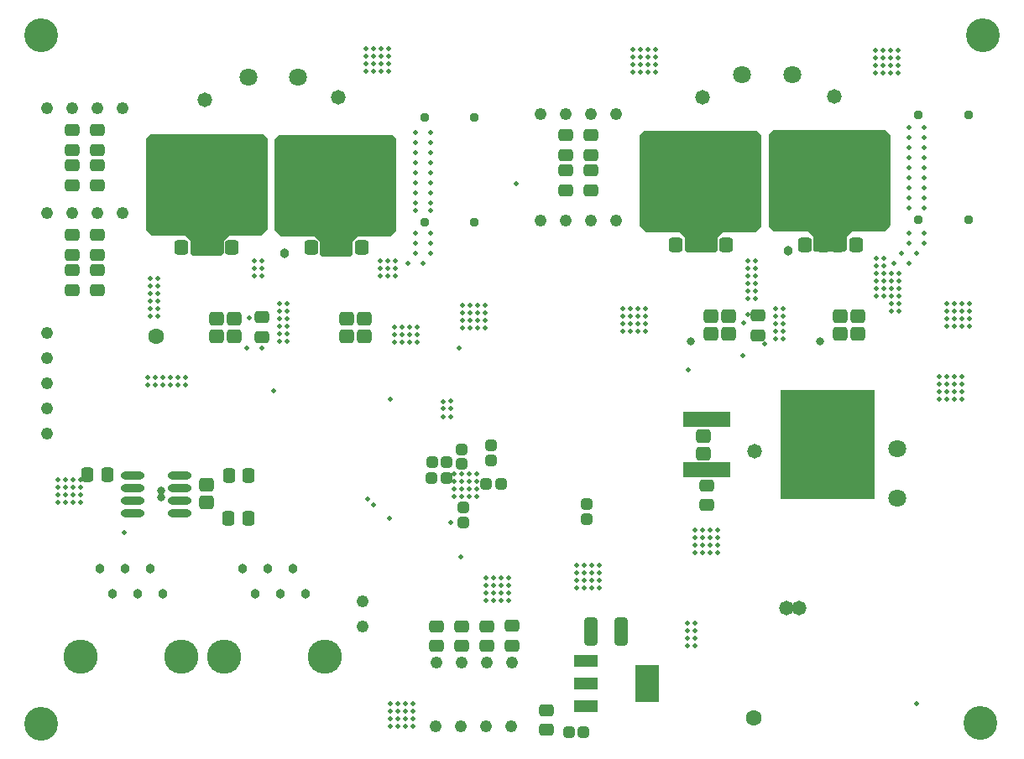
<source format=gbs>
G04*
G04 #@! TF.GenerationSoftware,Altium Limited,Altium Designer,18.0.12 (696)*
G04*
G04 Layer_Color=3368601*
%FSLAX44Y44*%
%MOMM*%
G71*
G01*
G75*
%ADD37O,2.4032X0.8032*%
G04:AMPARAMS|DCode=38|XSize=1.4732mm|YSize=1.3532mm|CornerRadius=0.2741mm|HoleSize=0mm|Usage=FLASHONLY|Rotation=270.000|XOffset=0mm|YOffset=0mm|HoleType=Round|Shape=RoundedRectangle|*
%AMROUNDEDRECTD38*
21,1,1.4732,0.8050,0,0,270.0*
21,1,0.9250,1.3532,0,0,270.0*
1,1,0.5482,-0.4025,-0.4625*
1,1,0.5482,-0.4025,0.4625*
1,1,0.5482,0.4025,0.4625*
1,1,0.5482,0.4025,-0.4625*
%
%ADD38ROUNDEDRECTD38*%
G04:AMPARAMS|DCode=46|XSize=1.1032mm|YSize=1.1032mm|CornerRadius=0.2366mm|HoleSize=0mm|Usage=FLASHONLY|Rotation=90.000|XOffset=0mm|YOffset=0mm|HoleType=Round|Shape=RoundedRectangle|*
%AMROUNDEDRECTD46*
21,1,1.1032,0.6300,0,0,90.0*
21,1,0.6300,1.1032,0,0,90.0*
1,1,0.4732,0.3150,0.3150*
1,1,0.4732,0.3150,-0.3150*
1,1,0.4732,-0.3150,-0.3150*
1,1,0.4732,-0.3150,0.3150*
%
%ADD46ROUNDEDRECTD46*%
G04:AMPARAMS|DCode=47|XSize=2.9032mm|YSize=1.3532mm|CornerRadius=0.3891mm|HoleSize=0mm|Usage=FLASHONLY|Rotation=270.000|XOffset=0mm|YOffset=0mm|HoleType=Round|Shape=RoundedRectangle|*
%AMROUNDEDRECTD47*
21,1,2.9032,0.5750,0,0,270.0*
21,1,2.1250,1.3532,0,0,270.0*
1,1,0.7782,-0.2875,-1.0625*
1,1,0.7782,-0.2875,1.0625*
1,1,0.7782,0.2875,1.0625*
1,1,0.7782,0.2875,-1.0625*
%
%ADD47ROUNDEDRECTD47*%
G04:AMPARAMS|DCode=50|XSize=1.4732mm|YSize=1.1532mm|CornerRadius=0.2441mm|HoleSize=0mm|Usage=FLASHONLY|Rotation=180.000|XOffset=0mm|YOffset=0mm|HoleType=Round|Shape=RoundedRectangle|*
%AMROUNDEDRECTD50*
21,1,1.4732,0.6650,0,0,180.0*
21,1,0.9850,1.1532,0,0,180.0*
1,1,0.4882,-0.4925,0.3325*
1,1,0.4882,0.4925,0.3325*
1,1,0.4882,0.4925,-0.3325*
1,1,0.4882,-0.4925,-0.3325*
%
%ADD50ROUNDEDRECTD50*%
G04:AMPARAMS|DCode=51|XSize=1.4732mm|YSize=1.1532mm|CornerRadius=0.2441mm|HoleSize=0mm|Usage=FLASHONLY|Rotation=270.000|XOffset=0mm|YOffset=0mm|HoleType=Round|Shape=RoundedRectangle|*
%AMROUNDEDRECTD51*
21,1,1.4732,0.6650,0,0,270.0*
21,1,0.9850,1.1532,0,0,270.0*
1,1,0.4882,-0.3325,-0.4925*
1,1,0.4882,-0.3325,0.4925*
1,1,0.4882,0.3325,0.4925*
1,1,0.4882,0.3325,-0.4925*
%
%ADD51ROUNDEDRECTD51*%
%ADD55C,3.4032*%
%ADD56C,3.4032*%
%ADD57C,3.4532*%
%ADD58C,0.9632*%
%ADD59C,1.2192*%
%ADD60C,0.9532*%
%ADD61C,1.8032*%
%ADD63C,0.5080*%
%ADD64C,0.8128*%
%ADD65C,0.9652*%
%ADD66C,1.6002*%
%ADD67C,1.4732*%
G04:AMPARAMS|DCode=93|XSize=1.4732mm|YSize=1.3532mm|CornerRadius=0.2741mm|HoleSize=0mm|Usage=FLASHONLY|Rotation=0.000|XOffset=0mm|YOffset=0mm|HoleType=Round|Shape=RoundedRectangle|*
%AMROUNDEDRECTD93*
21,1,1.4732,0.8050,0,0,0.0*
21,1,0.9250,1.3532,0,0,0.0*
1,1,0.5482,0.4625,-0.4025*
1,1,0.5482,-0.4625,-0.4025*
1,1,0.5482,-0.4625,0.4025*
1,1,0.5482,0.4625,0.4025*
%
%ADD93ROUNDEDRECTD93*%
%ADD94R,2.3532X1.3032*%
%ADD95R,2.3532X1.3032*%
%ADD96R,2.3532X3.7032*%
%ADD97R,4.8514X1.5748*%
%ADD98R,9.6012X11.0236*%
G04:AMPARAMS|DCode=99|XSize=1.1032mm|YSize=1.1032mm|CornerRadius=0.2366mm|HoleSize=0mm|Usage=FLASHONLY|Rotation=0.000|XOffset=0mm|YOffset=0mm|HoleType=Round|Shape=RoundedRectangle|*
%AMROUNDEDRECTD99*
21,1,1.1032,0.6300,0,0,0.0*
21,1,0.6300,1.1032,0,0,0.0*
1,1,0.4732,0.3150,-0.3150*
1,1,0.4732,-0.3150,-0.3150*
1,1,0.4732,-0.3150,0.3150*
1,1,0.4732,0.3150,0.3150*
%
%ADD99ROUNDEDRECTD99*%
G36*
X498565Y1375150D02*
X498695Y1375123D01*
X498822Y1375081D01*
X498941Y1375022D01*
X499052Y1374948D01*
X499152Y1374860D01*
X502962Y1371050D01*
X503050Y1370950D01*
X503124Y1370839D01*
X503183Y1370720D01*
X503226Y1370594D01*
X503251Y1370463D01*
X503260Y1370330D01*
Y1278890D01*
X503251Y1278757D01*
X503226Y1278626D01*
X503183Y1278500D01*
X503124Y1278381D01*
X503050Y1278270D01*
X502962Y1278170D01*
X497882Y1273090D01*
X497782Y1273002D01*
X497671Y1272928D01*
X497552Y1272869D01*
X497425Y1272827D01*
X497295Y1272801D01*
X497162Y1272792D01*
X464564D01*
X459318Y1267546D01*
Y1255208D01*
X459310Y1255075D01*
X459283Y1254945D01*
X459241Y1254818D01*
X459182Y1254699D01*
X459108Y1254588D01*
X459020Y1254488D01*
X457302Y1252770D01*
X457202Y1252682D01*
X457091Y1252608D01*
X456972Y1252549D01*
X456846Y1252506D01*
X456715Y1252480D01*
X456582Y1252472D01*
X447632D01*
X428268Y1252472D01*
X428135Y1252481D01*
X428004Y1252506D01*
X427878Y1252549D01*
X427759Y1252608D01*
X427648Y1252682D01*
X427548Y1252770D01*
X426084Y1254234D01*
X425996Y1254334D01*
X425922Y1254445D01*
X425863Y1254564D01*
X425821Y1254690D01*
X425794Y1254821D01*
X425786Y1254954D01*
Y1267546D01*
X420540Y1272792D01*
X386672D01*
X386539Y1272801D01*
X386408Y1272827D01*
X386282Y1272869D01*
X386163Y1272928D01*
X386052Y1273002D01*
X385952Y1273090D01*
X380872Y1278170D01*
X380784Y1278270D01*
X380710Y1278381D01*
X380651Y1278500D01*
X380608Y1278626D01*
X380583Y1278757D01*
X380574Y1278890D01*
Y1370330D01*
X380583Y1370463D01*
X380608Y1370594D01*
X380651Y1370720D01*
X380710Y1370839D01*
X380784Y1370950D01*
X380872Y1371050D01*
X384682Y1374860D01*
X384782Y1374948D01*
X384893Y1375022D01*
X385012Y1375081D01*
X385138Y1375123D01*
X385269Y1375150D01*
X385402Y1375158D01*
X498432D01*
X498565Y1375150D01*
D02*
G37*
G36*
X628613Y1374388D02*
X628744Y1374362D01*
X628870Y1374319D01*
X628989Y1374260D01*
X629100Y1374186D01*
X629200Y1374098D01*
X633010Y1370288D01*
X633098Y1370188D01*
X633172Y1370077D01*
X633231Y1369958D01*
X633274Y1369832D01*
X633299Y1369701D01*
X633308Y1369568D01*
Y1278128D01*
X633299Y1277995D01*
X633274Y1277865D01*
X633231Y1277738D01*
X633172Y1277619D01*
X633098Y1277508D01*
X633010Y1277408D01*
X627930Y1272328D01*
X627830Y1272240D01*
X627719Y1272166D01*
X627600Y1272107D01*
X627473Y1272065D01*
X627343Y1272038D01*
X627210Y1272030D01*
X594612D01*
X589366Y1266784D01*
Y1254446D01*
X589357Y1254313D01*
X589332Y1254183D01*
X589289Y1254056D01*
X589230Y1253937D01*
X589156Y1253826D01*
X589068Y1253726D01*
X587350Y1252008D01*
X587250Y1251920D01*
X587139Y1251846D01*
X587020Y1251787D01*
X586894Y1251745D01*
X586763Y1251719D01*
X586630Y1251710D01*
X577680D01*
X558316Y1251710D01*
X558183Y1251719D01*
X558052Y1251745D01*
X557926Y1251787D01*
X557807Y1251846D01*
X557696Y1251920D01*
X557596Y1252008D01*
X556132Y1253472D01*
X556044Y1253572D01*
X555970Y1253683D01*
X555911Y1253802D01*
X555868Y1253929D01*
X555843Y1254059D01*
X555834Y1254192D01*
Y1266784D01*
X550588Y1272030D01*
X516720D01*
X516587Y1272038D01*
X516456Y1272065D01*
X516330Y1272107D01*
X516211Y1272166D01*
X516100Y1272240D01*
X516000Y1272328D01*
X510920Y1277408D01*
X510832Y1277508D01*
X510758Y1277619D01*
X510699Y1277738D01*
X510657Y1277865D01*
X510630Y1277995D01*
X510622Y1278128D01*
Y1369568D01*
X510630Y1369701D01*
X510657Y1369832D01*
X510699Y1369958D01*
X510758Y1370077D01*
X510832Y1370188D01*
X510920Y1370288D01*
X514730Y1374098D01*
X514830Y1374186D01*
X514941Y1374260D01*
X515060Y1374319D01*
X515186Y1374362D01*
X515317Y1374388D01*
X515450Y1374396D01*
X628480D01*
X628613Y1374388D01*
D02*
G37*
G36*
X996659Y1378452D02*
X996789Y1378425D01*
X996916Y1378383D01*
X997035Y1378324D01*
X997146Y1378250D01*
X997246Y1378162D01*
X1001056Y1374352D01*
X1001144Y1374252D01*
X1001218Y1374141D01*
X1001277Y1374022D01*
X1001320Y1373896D01*
X1001345Y1373765D01*
X1001354Y1373632D01*
Y1282192D01*
X1001345Y1282059D01*
X1001320Y1281929D01*
X1001277Y1281802D01*
X1001218Y1281683D01*
X1001144Y1281572D01*
X1001056Y1281472D01*
X995976Y1276392D01*
X995876Y1276304D01*
X995765Y1276230D01*
X995646Y1276171D01*
X995519Y1276128D01*
X995389Y1276103D01*
X995256Y1276094D01*
X962658D01*
X957412Y1270848D01*
Y1258510D01*
X957403Y1258377D01*
X957377Y1258247D01*
X957335Y1258120D01*
X957276Y1258001D01*
X957202Y1257890D01*
X957114Y1257790D01*
X955396Y1256072D01*
X955296Y1255984D01*
X955185Y1255910D01*
X955066Y1255851D01*
X954939Y1255808D01*
X954809Y1255782D01*
X954676Y1255774D01*
X945726D01*
X926362Y1255774D01*
X926229Y1255783D01*
X926098Y1255808D01*
X925972Y1255851D01*
X925853Y1255910D01*
X925742Y1255984D01*
X925642Y1256072D01*
X924178Y1257536D01*
X924090Y1257636D01*
X924016Y1257747D01*
X923957Y1257866D01*
X923914Y1257992D01*
X923888Y1258123D01*
X923880Y1258256D01*
Y1270848D01*
X918634Y1276094D01*
X884766D01*
X884633Y1276103D01*
X884502Y1276128D01*
X884376Y1276171D01*
X884257Y1276230D01*
X884146Y1276304D01*
X884046Y1276392D01*
X878966Y1281472D01*
X878878Y1281572D01*
X878804Y1281683D01*
X878745Y1281802D01*
X878702Y1281929D01*
X878677Y1282059D01*
X878668Y1282192D01*
Y1373632D01*
X878677Y1373765D01*
X878702Y1373896D01*
X878745Y1374022D01*
X878804Y1374141D01*
X878878Y1374252D01*
X878966Y1374352D01*
X882776Y1378162D01*
X882876Y1378250D01*
X882987Y1378324D01*
X883106Y1378383D01*
X883232Y1378425D01*
X883363Y1378452D01*
X883496Y1378460D01*
X996526D01*
X996659Y1378452D01*
D02*
G37*
G36*
X1126623Y1378960D02*
X1126754Y1378934D01*
X1126880Y1378891D01*
X1126999Y1378832D01*
X1127110Y1378758D01*
X1127210Y1378670D01*
X1131020Y1374860D01*
X1131108Y1374760D01*
X1131182Y1374649D01*
X1131241Y1374530D01*
X1131283Y1374404D01*
X1131310Y1374273D01*
X1131318Y1374140D01*
Y1282700D01*
X1131310Y1282567D01*
X1131283Y1282437D01*
X1131241Y1282310D01*
X1131182Y1282191D01*
X1131108Y1282080D01*
X1131020Y1281980D01*
X1125940Y1276900D01*
X1125840Y1276812D01*
X1125729Y1276738D01*
X1125610Y1276679D01*
X1125483Y1276637D01*
X1125353Y1276610D01*
X1125220Y1276602D01*
X1092622D01*
X1087376Y1271356D01*
Y1259018D01*
X1087367Y1258885D01*
X1087342Y1258755D01*
X1087299Y1258628D01*
X1087240Y1258509D01*
X1087166Y1258398D01*
X1087078Y1258298D01*
X1085360Y1256580D01*
X1085260Y1256492D01*
X1085149Y1256418D01*
X1085030Y1256359D01*
X1084903Y1256317D01*
X1084773Y1256291D01*
X1084640Y1256282D01*
X1075690D01*
X1056326Y1256282D01*
X1056193Y1256291D01*
X1056062Y1256317D01*
X1055936Y1256359D01*
X1055817Y1256418D01*
X1055706Y1256492D01*
X1055606Y1256580D01*
X1054142Y1258044D01*
X1054054Y1258144D01*
X1053980Y1258255D01*
X1053921Y1258374D01*
X1053878Y1258501D01*
X1053853Y1258631D01*
X1053844Y1258764D01*
Y1271356D01*
X1048598Y1276602D01*
X1014730D01*
X1014597Y1276610D01*
X1014466Y1276637D01*
X1014340Y1276679D01*
X1014221Y1276738D01*
X1014110Y1276812D01*
X1014010Y1276900D01*
X1008930Y1281980D01*
X1008842Y1282080D01*
X1008768Y1282191D01*
X1008709Y1282310D01*
X1008667Y1282437D01*
X1008641Y1282567D01*
X1008632Y1282700D01*
Y1374140D01*
X1008641Y1374273D01*
X1008667Y1374404D01*
X1008709Y1374530D01*
X1008768Y1374649D01*
X1008842Y1374760D01*
X1008930Y1374860D01*
X1012740Y1378670D01*
X1012840Y1378758D01*
X1012951Y1378832D01*
X1013070Y1378891D01*
X1013196Y1378934D01*
X1013327Y1378960D01*
X1013460Y1378968D01*
X1126490D01*
X1126623Y1378960D01*
D02*
G37*
D37*
X366740Y992312D02*
D03*
Y1005012D02*
D03*
Y1017712D02*
D03*
Y1030412D02*
D03*
X414740Y992312D02*
D03*
Y1005012D02*
D03*
Y1017712D02*
D03*
Y1030412D02*
D03*
D38*
X449470Y1261110D02*
D03*
X467470D02*
D03*
X947818Y1263650D02*
D03*
X965818D02*
D03*
X598280Y1261110D02*
D03*
X580280D02*
D03*
X1096628Y1263650D02*
D03*
X1078628D02*
D03*
X416450Y1261110D02*
D03*
X434450D02*
D03*
X914798Y1263650D02*
D03*
X932798D02*
D03*
X547260Y1261110D02*
D03*
X565260D02*
D03*
X1045608Y1263650D02*
D03*
X1063608D02*
D03*
D46*
X738512Y1022350D02*
D03*
X723512D02*
D03*
X668902Y1027684D02*
D03*
X683902D02*
D03*
X669156Y1043940D02*
D03*
X684156D02*
D03*
X822078Y771398D02*
D03*
X807078D02*
D03*
D47*
X829564Y872744D02*
D03*
X859564D02*
D03*
D50*
X497331Y1190337D02*
D03*
Y1170337D02*
D03*
X997708Y1191862D02*
D03*
Y1171862D02*
D03*
X306070Y1253490D02*
D03*
Y1273490D02*
D03*
Y1359220D02*
D03*
Y1379220D02*
D03*
X803910Y1353980D02*
D03*
Y1373980D02*
D03*
X331470Y1253490D02*
D03*
Y1273490D02*
D03*
Y1359220D02*
D03*
Y1379220D02*
D03*
X829310Y1353980D02*
D03*
Y1373980D02*
D03*
X306070Y1217930D02*
D03*
Y1237930D02*
D03*
Y1323660D02*
D03*
Y1343660D02*
D03*
X803910Y1318420D02*
D03*
Y1338420D02*
D03*
X331470Y1217930D02*
D03*
Y1237930D02*
D03*
Y1323660D02*
D03*
Y1343660D02*
D03*
X829310Y1318420D02*
D03*
Y1338420D02*
D03*
X784178Y773590D02*
D03*
Y793590D02*
D03*
X750062Y878680D02*
D03*
Y858680D02*
D03*
X724662Y878426D02*
D03*
Y858426D02*
D03*
X699262Y878426D02*
D03*
Y858426D02*
D03*
X673608Y878426D02*
D03*
Y858426D02*
D03*
X946418Y1020592D02*
D03*
Y1000592D02*
D03*
D51*
X341826Y1031338D02*
D03*
X321826D02*
D03*
X464240Y1030322D02*
D03*
X484240D02*
D03*
X463839Y987447D02*
D03*
X483839D02*
D03*
D55*
X275085Y779503D02*
D03*
D56*
X1225000Y1475000D02*
D03*
X275000D02*
D03*
X1222502Y780796D02*
D03*
D57*
X560874Y847710D02*
D03*
X459274D02*
D03*
X416348Y847472D02*
D03*
X314748D02*
D03*
D58*
X541774Y911210D02*
D03*
X529074Y936610D02*
D03*
X516374Y911210D02*
D03*
X503674Y936610D02*
D03*
X490974Y911210D02*
D03*
X478274Y936610D02*
D03*
X397248Y910972D02*
D03*
X384548Y936372D02*
D03*
X371848Y910972D02*
D03*
X359148Y936372D02*
D03*
X346448Y910972D02*
D03*
X333748Y936372D02*
D03*
D59*
X599440Y877918D02*
D03*
Y903318D02*
D03*
X356870Y1295240D02*
D03*
X331470D02*
D03*
X306070D02*
D03*
X280670D02*
D03*
X854710Y1287780D02*
D03*
X829310D02*
D03*
X803910D02*
D03*
X778510D02*
D03*
X356870Y1400970D02*
D03*
X331470D02*
D03*
X306070D02*
D03*
X280670D02*
D03*
X854710Y1395730D02*
D03*
X829310D02*
D03*
X803910D02*
D03*
X778510D02*
D03*
X699008Y841756D02*
D03*
X724408D02*
D03*
X749808D02*
D03*
X673608D02*
D03*
X672592Y777240D02*
D03*
X748792D02*
D03*
X723392D02*
D03*
X697992D02*
D03*
X280924Y1098550D02*
D03*
Y1123950D02*
D03*
Y1149350D02*
D03*
Y1174750D02*
D03*
Y1073150D02*
D03*
D60*
X1210018Y1289050D02*
D03*
X1160018D02*
D03*
X1210018Y1394460D02*
D03*
X1160018D02*
D03*
X711670Y1286510D02*
D03*
X661670D02*
D03*
X711670Y1391920D02*
D03*
X661670D02*
D03*
D61*
X534162Y1432560D02*
D03*
X483870D02*
D03*
X1032510Y1435100D02*
D03*
X982218D02*
D03*
X1138188Y1057582D02*
D03*
Y1007290D02*
D03*
D63*
X307340Y1010920D02*
D03*
Y1003300D02*
D03*
Y1018540D02*
D03*
Y1026160D02*
D03*
X299720Y1003300D02*
D03*
Y1010920D02*
D03*
Y1018540D02*
D03*
Y1026160D02*
D03*
X292100Y1003300D02*
D03*
Y1010920D02*
D03*
Y1018540D02*
D03*
Y1026160D02*
D03*
X314960Y1003300D02*
D03*
Y1010920D02*
D03*
Y1018540D02*
D03*
Y1026160D02*
D03*
X384810Y1206246D02*
D03*
Y1221486D02*
D03*
Y1198626D02*
D03*
Y1213866D02*
D03*
Y1229106D02*
D03*
Y1191006D02*
D03*
X392430Y1229106D02*
D03*
Y1221486D02*
D03*
Y1213866D02*
D03*
Y1206246D02*
D03*
Y1198626D02*
D03*
Y1191006D02*
D03*
X397764Y1129792D02*
D03*
X413004D02*
D03*
X390144D02*
D03*
X405384D02*
D03*
X420624D02*
D03*
X382524D02*
D03*
X420624Y1122172D02*
D03*
X413004D02*
D03*
X405384D02*
D03*
X397764D02*
D03*
X390144D02*
D03*
X382524D02*
D03*
X982962Y1151618D02*
D03*
X927354Y1137158D02*
D03*
X983234Y1184402D02*
D03*
X1023620Y1168400D02*
D03*
Y1176020D02*
D03*
X691642Y1032256D02*
D03*
X699262D02*
D03*
X706882D02*
D03*
X714502D02*
D03*
X691642Y1024636D02*
D03*
X699262D02*
D03*
X706882D02*
D03*
X714502D02*
D03*
Y1009396D02*
D03*
X706882D02*
D03*
X699262D02*
D03*
X691642D02*
D03*
X714502Y1017016D02*
D03*
X706882D02*
D03*
X699262D02*
D03*
X691642D02*
D03*
X630936Y1180338D02*
D03*
X638556D02*
D03*
X646176D02*
D03*
X653796D02*
D03*
X630936Y1172718D02*
D03*
X638556D02*
D03*
X646176D02*
D03*
X653796D02*
D03*
Y1165098D02*
D03*
X646176D02*
D03*
X638556D02*
D03*
X630936D02*
D03*
X1116838Y1459484D02*
D03*
X1124458D02*
D03*
X1132078D02*
D03*
X1139698D02*
D03*
X1116838Y1451864D02*
D03*
X1124458D02*
D03*
X1132078D02*
D03*
X1139698D02*
D03*
Y1436624D02*
D03*
X1132078D02*
D03*
X1124458D02*
D03*
X1116838D02*
D03*
X1139698Y1444244D02*
D03*
X1132078D02*
D03*
X1124458D02*
D03*
X1116838D02*
D03*
X871982Y1460754D02*
D03*
X879602D02*
D03*
X887222D02*
D03*
X894842D02*
D03*
X871982Y1453134D02*
D03*
X879602D02*
D03*
X887222D02*
D03*
X894842D02*
D03*
Y1437894D02*
D03*
X887222D02*
D03*
X879602D02*
D03*
X871982D02*
D03*
X894842Y1445514D02*
D03*
X887222D02*
D03*
X879602D02*
D03*
X871982D02*
D03*
X602234Y1461008D02*
D03*
X609854D02*
D03*
X617474D02*
D03*
X625094D02*
D03*
X602234Y1453388D02*
D03*
X609854D02*
D03*
X617474D02*
D03*
X625094D02*
D03*
Y1438148D02*
D03*
X617474D02*
D03*
X609854D02*
D03*
X602234D02*
D03*
X625094Y1445768D02*
D03*
X617474D02*
D03*
X609854D02*
D03*
X602234D02*
D03*
X610254Y1001160D02*
D03*
X723392Y911606D02*
D03*
X731012D02*
D03*
X738632D02*
D03*
X746252D02*
D03*
X723392Y903986D02*
D03*
X731012D02*
D03*
X738632D02*
D03*
X746252D02*
D03*
Y919226D02*
D03*
X738632D02*
D03*
X731012D02*
D03*
X723392D02*
D03*
X746252Y926846D02*
D03*
X738632D02*
D03*
X731012D02*
D03*
X723392D02*
D03*
X604520Y1007110D02*
D03*
X626364Y987552D02*
D03*
X861314Y1183640D02*
D03*
X868934D02*
D03*
X876554D02*
D03*
X884174D02*
D03*
X861314Y1176020D02*
D03*
X868934D02*
D03*
X876554D02*
D03*
X884174D02*
D03*
Y1191260D02*
D03*
X876554D02*
D03*
X868934D02*
D03*
X861314D02*
D03*
X884174Y1198880D02*
D03*
X876554D02*
D03*
X868934D02*
D03*
X861314D02*
D03*
X700024Y1187450D02*
D03*
X707644D02*
D03*
X715264D02*
D03*
X722884D02*
D03*
X700024Y1179830D02*
D03*
X707644D02*
D03*
X715264D02*
D03*
X722884D02*
D03*
Y1195070D02*
D03*
X715264D02*
D03*
X707644D02*
D03*
X700024D02*
D03*
X722884Y1202690D02*
D03*
X715264D02*
D03*
X707644D02*
D03*
X700024D02*
D03*
X497332Y1159256D02*
D03*
X484632Y1189736D02*
D03*
X697992Y948182D02*
D03*
X687832Y1105408D02*
D03*
Y1097788D02*
D03*
X688340Y1089914D02*
D03*
X680212D02*
D03*
X680466Y1097788D02*
D03*
Y1105154D02*
D03*
X687832Y982726D02*
D03*
X509524Y1115822D02*
D03*
X358376Y973162D02*
D03*
X815340Y939800D02*
D03*
X822960D02*
D03*
X830580D02*
D03*
X838200D02*
D03*
X815340Y932180D02*
D03*
X822960D02*
D03*
X830580D02*
D03*
X838200D02*
D03*
Y916940D02*
D03*
X830580D02*
D03*
X822960D02*
D03*
X815340D02*
D03*
X838200Y924560D02*
D03*
X830580D02*
D03*
X822960D02*
D03*
X815340D02*
D03*
X927100Y881380D02*
D03*
X934720D02*
D03*
X927100Y873760D02*
D03*
X934720D02*
D03*
Y858520D02*
D03*
X927100D02*
D03*
X934720Y866140D02*
D03*
X927100D02*
D03*
X942340Y975360D02*
D03*
X949960D02*
D03*
X957580D02*
D03*
X934720D02*
D03*
Y967740D02*
D03*
X942340D02*
D03*
X949960D02*
D03*
X957580D02*
D03*
Y952500D02*
D03*
X949960D02*
D03*
X942340D02*
D03*
X934720D02*
D03*
Y960120D02*
D03*
X957580D02*
D03*
X949960D02*
D03*
X942340D02*
D03*
X1188720Y1130300D02*
D03*
X1196340D02*
D03*
X1203960D02*
D03*
X1181100D02*
D03*
Y1122680D02*
D03*
X1188720D02*
D03*
X1196340D02*
D03*
X1203960D02*
D03*
Y1107440D02*
D03*
X1196340D02*
D03*
X1188720D02*
D03*
X1181100D02*
D03*
X1203960Y1115060D02*
D03*
X1196340D02*
D03*
X1188720D02*
D03*
X1181100D02*
D03*
X1188720Y1203960D02*
D03*
X1196340D02*
D03*
X1203960D02*
D03*
X1211580D02*
D03*
X1188720Y1196340D02*
D03*
X1196340D02*
D03*
X1203960D02*
D03*
X1211580D02*
D03*
Y1181100D02*
D03*
X1203960D02*
D03*
X1196340D02*
D03*
X1188720D02*
D03*
X1211580Y1188720D02*
D03*
X1203960D02*
D03*
X1196340D02*
D03*
X1188720D02*
D03*
X635000Y784860D02*
D03*
X642620D02*
D03*
X650240D02*
D03*
X627380D02*
D03*
Y777240D02*
D03*
X635000D02*
D03*
X642620D02*
D03*
X650240D02*
D03*
Y792480D02*
D03*
X642620D02*
D03*
X635000D02*
D03*
X627380D02*
D03*
X1158240Y800100D02*
D03*
X650240D02*
D03*
X642620D02*
D03*
X635000D02*
D03*
X627380D02*
D03*
X1132840Y1234440D02*
D03*
Y1226820D02*
D03*
Y1219200D02*
D03*
Y1211580D02*
D03*
Y1203960D02*
D03*
Y1196340D02*
D03*
X1140460Y1234440D02*
D03*
Y1196340D02*
D03*
Y1211580D02*
D03*
Y1226820D02*
D03*
Y1203960D02*
D03*
Y1219200D02*
D03*
X1117600Y1249680D02*
D03*
Y1242060D02*
D03*
Y1234440D02*
D03*
Y1226820D02*
D03*
Y1219200D02*
D03*
Y1211580D02*
D03*
X1125220Y1249680D02*
D03*
Y1211580D02*
D03*
Y1226820D02*
D03*
Y1242060D02*
D03*
Y1219200D02*
D03*
Y1234440D02*
D03*
X988060Y1247140D02*
D03*
Y1239520D02*
D03*
Y1231900D02*
D03*
Y1224280D02*
D03*
Y1216660D02*
D03*
Y1209040D02*
D03*
X995680Y1247140D02*
D03*
Y1209040D02*
D03*
Y1224280D02*
D03*
Y1239520D02*
D03*
Y1216660D02*
D03*
Y1231900D02*
D03*
X490110Y1247140D02*
D03*
Y1239520D02*
D03*
Y1231900D02*
D03*
X497730Y1247140D02*
D03*
Y1239520D02*
D03*
Y1231900D02*
D03*
X624840Y1239520D02*
D03*
Y1247140D02*
D03*
Y1231900D02*
D03*
X632460D02*
D03*
X617220D02*
D03*
X632460Y1239520D02*
D03*
X617220D02*
D03*
X632460Y1247140D02*
D03*
X617220D02*
D03*
X1004316Y1163066D02*
D03*
X987708Y1193034D02*
D03*
X696722Y1159002D02*
D03*
X482346D02*
D03*
X627380Y1107440D02*
D03*
X753948Y1325042D02*
D03*
X652780Y1376680D02*
D03*
X668020D02*
D03*
Y1366520D02*
D03*
X652780D02*
D03*
X668020Y1356360D02*
D03*
X652780D02*
D03*
X668020Y1346200D02*
D03*
X652780D02*
D03*
X668020Y1336040D02*
D03*
X652780D02*
D03*
X668020Y1325880D02*
D03*
X652780D02*
D03*
X668020Y1315720D02*
D03*
X652780D02*
D03*
X668020Y1305560D02*
D03*
X652780D02*
D03*
X668020Y1275080D02*
D03*
X652780D02*
D03*
X668020Y1264920D02*
D03*
X652780D02*
D03*
X668020Y1254760D02*
D03*
X652780D02*
D03*
X660400Y1244600D02*
D03*
X645160D02*
D03*
X1165860Y1381760D02*
D03*
X1150620D02*
D03*
X1165860Y1371600D02*
D03*
X1150620D02*
D03*
X1165860Y1361440D02*
D03*
X1150620D02*
D03*
X1165860Y1351280D02*
D03*
X1150620D02*
D03*
X1165860Y1341120D02*
D03*
X1150620D02*
D03*
X1165860Y1330960D02*
D03*
X1150620D02*
D03*
X1165860Y1320800D02*
D03*
X1150620D02*
D03*
X1165860Y1310640D02*
D03*
X1150620D02*
D03*
X1165860Y1275080D02*
D03*
X1150620D02*
D03*
X1165860Y1264920D02*
D03*
X1150620D02*
D03*
X1158240Y1254760D02*
D03*
X1143000D02*
D03*
X1150620Y1244600D02*
D03*
X1135380D02*
D03*
X1165860Y1300480D02*
D03*
X1150620D02*
D03*
X668020Y1297940D02*
D03*
X652780D02*
D03*
X515620Y1203960D02*
D03*
Y1196340D02*
D03*
Y1188720D02*
D03*
Y1181100D02*
D03*
Y1173480D02*
D03*
Y1165860D02*
D03*
X523240Y1203960D02*
D03*
Y1165860D02*
D03*
Y1181100D02*
D03*
Y1196340D02*
D03*
Y1173480D02*
D03*
Y1188720D02*
D03*
X1016000Y1198880D02*
D03*
Y1191260D02*
D03*
Y1183640D02*
D03*
Y1176020D02*
D03*
Y1168400D02*
D03*
X1023620Y1183640D02*
D03*
Y1198880D02*
D03*
Y1191260D02*
D03*
D64*
X1060958Y1165860D02*
D03*
X930148Y1166114D02*
D03*
X395986Y1015238D02*
D03*
X396240Y1008380D02*
D03*
D65*
X1028700Y1257300D02*
D03*
X520700Y1254760D02*
D03*
D66*
X994029Y785368D02*
D03*
X391160Y1170940D02*
D03*
D67*
X994664Y1055116D02*
D03*
X1026428Y897032D02*
D03*
X1039128D02*
D03*
X1074674Y1413256D02*
D03*
X942086Y1412240D02*
D03*
X574294Y1412494D02*
D03*
X439674Y1409954D02*
D03*
D93*
X469900Y1170830D02*
D03*
Y1188830D02*
D03*
X968248Y1173370D02*
D03*
Y1191370D02*
D03*
X600710Y1170830D02*
D03*
Y1188830D02*
D03*
X1099058Y1173370D02*
D03*
Y1191370D02*
D03*
X582930Y1170830D02*
D03*
Y1188830D02*
D03*
X1081278Y1173370D02*
D03*
Y1191370D02*
D03*
X441300Y1021288D02*
D03*
Y1003288D02*
D03*
X942608Y1052392D02*
D03*
Y1070392D02*
D03*
X950468Y1173370D02*
D03*
Y1191370D02*
D03*
X452120Y1170830D02*
D03*
Y1188830D02*
D03*
D94*
X823964Y797674D02*
D03*
Y843674D02*
D03*
D95*
Y820674D02*
D03*
D96*
X885964Y820674D02*
D03*
D97*
X946670Y1036126D02*
D03*
Y1086926D02*
D03*
D98*
X1068554Y1061526D02*
D03*
D99*
X824992Y986402D02*
D03*
Y1001402D02*
D03*
X728726Y1060584D02*
D03*
Y1045584D02*
D03*
X700786Y983100D02*
D03*
Y998100D02*
D03*
X699008Y1057028D02*
D03*
Y1042028D02*
D03*
M02*

</source>
